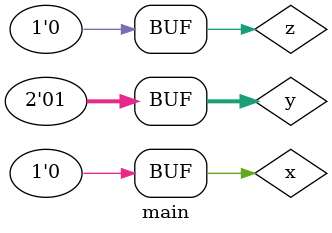
<source format=sv>
module main;

  wire x = 2'b10; // truncated
  initial #1 assert($bits(x) == 1 && x == 0);

  wire [1:0] y = 3'b101; // truncated
  initial #1 assert($bits(y) == 2 && y == 1);

  wire signed z = 3'sb100; // truncated
  initial #1 assert($bits(z) == 1 && z == 0);

endmodule

</source>
